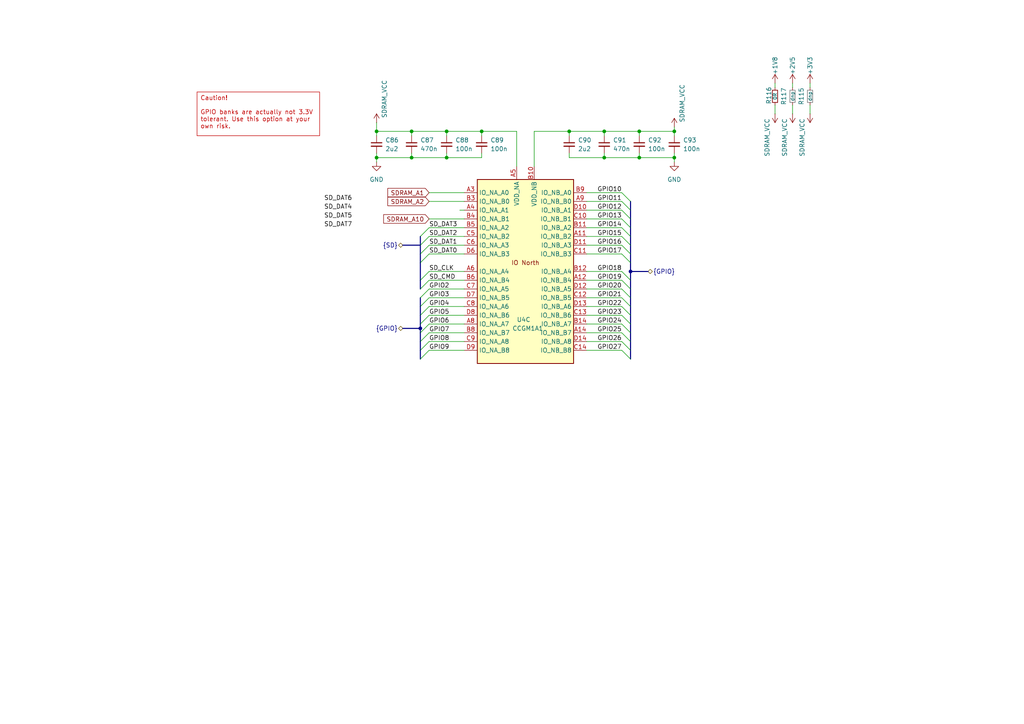
<source format=kicad_sch>
(kicad_sch (version 20250114) (generator "eeschema") (generator_version "9.0")
  (paper "A4")
  (title_block (title "${project_name}") (date "2025-06-24") (rev "${project_version}") (company "${project_creator}") (comment 1 "${project_license}"))
  (lib_symbols
    (symbol "Device:C_Small" (pin_numbers (hide yes)) (pin_names (offset 0.254) (hide yes))
      (property "Reference" "C" (at 0.254 1.778 0))
      (property "Value" "C_Small" (at 0.254 -2.032 0))
      (symbol "C_Small_0_1"
        (polyline (pts (xy -1.524 0.508) (xy 1.524 0.508)) (stroke (width 0.3048)))
        (polyline (pts (xy -1.524 -0.508) (xy 1.524 -0.508)) (stroke (width 0.3302)))
      )
      (symbol "C_Small_1_1"
        (pin passive line (at 0 2.54 270) (length 2.032) (name "~") (number "1"))
        (pin passive line (at 0 -2.54 90) (length 2.032) (name "~") (number "2"))
      )
    )
    (symbol "Device:R_Small" (pin_numbers (hide yes)) (pin_names (offset 0.254) (hide yes))
      (property "Reference" "R" (at 0.762 0.508 0))
      (property "Value" "R_Small" (at 0.762 -1.016 0))
      (symbol "R_Small_0_1"
        (rectangle (start -0.762 1.778) (end 0.762 -1.778) (stroke (width 0.2032)))
      )
      (symbol "R_Small_1_1"
        (pin passive line (at 0 2.54 270) (length 0.762) (name "~") (number "1"))
        (pin passive line (at 0 -2.54 90) (length 0.762) (name "~") (number "2"))
      )
    )
    (symbol "FPGA_CologneChip_GateMate:CCGM1A1"
      (property "Reference" "U4" (at -2.54 -13.97 0))
      (property "Value" "CCGM1A1" (at -3.81 -16.51 0))
      (symbol "CCGM1A1_1_1"
        (rectangle (start -11.43 7.62) (end 11.43 -7.62) (stroke (width 0.254)) (fill (type background)))
        (text "SERDES" (at 0 0 0) (effects (font (size 1.27 1.27))))
        (pin input line (at -15.24 5.08 0) (length 3.81) (name "SER_RX_P") (number "U11"))
        (pin input line (at -15.24 2.54 0) (length 3.81) (name "SER_RX_N") (number "V11"))
        (pin output line (at 15.24 5.08 180) (length 3.81) (name "SER_TX_P") (number "U13"))
        (pin output line (at 15.24 2.54 180) (length 3.81) (name "SER_TX_N") (number "V13"))
        (pin passive line (at 15.24 -5.08 180) (length 3.81) (name "SER_RTERM") (number "V12"))
      )
      (symbol "CCGM1A1_2_1"
        (rectangle (start 24.13 21.59) (end -24.13 -21.59) (stroke (width 0.254)) (fill (type background)))
        (text "CONFIGURATION" (at -11.43 6.35 0) (effects (font (size 1.27 1.27))))
        (pin bidirectional line (at -27.94 17.78 0) (length 3.81) (name "CFG_MD0/IO_WA_A0") (number "R5"))
        (pin bidirectional line (at -27.94 15.24 0) (length 3.81) (name "CFG_MD1/IO_WA_B0") (number "T5"))
        (pin bidirectional line (at -27.94 12.7 0) (length 3.81) (name "CFG_MD2/IO_WA_A1") (number "U4"))
        (pin bidirectional line (at -27.94 10.16 0) (length 3.81) (name "CFG_MD3/IO_WA_B1") (number "V4"))
        (pin bidirectional line (at -27.94 2.54 0) (length 3.81) (name "JTAG_TCK/IO_WA_A5") (number "R3"))
        (pin bidirectional line (at -27.94 0 0) (length 3.81) (name "JTAG_TMS/IO_WA_B4") (number "T3"))
        (pin bidirectional line (at -27.94 -2.54 0) (length 3.81) (name "JTAG_TDI/IO_WA_A4") (number "T2"))
        (pin bidirectional line (at -27.94 -5.08 0) (length 3.81) (name "JTAG_TDO/IO_WA_B3") (number "U2"))
        (pin bidirectional line (at -27.94 -12.7 0) (length 3.81) (name "POR_EN/IO_WA_A3") (number "U1"))
        (pin power_in line (at 0 25.4 270) (length 3.81) (name "VDD_WA") (number "N5"))
        (pin passive line (at 0 25.4 270) (length 3.81) (hide yes) (name "VDD_WA") (number "P3"))
        (pin passive line (at 0 25.4 270) (length 3.81) (hide yes) (name "VDD_WA") (number "P5"))
        (pin passive line (at 0 25.4 270) (length 3.81) (hide yes) (name "VDD_WA") (number "T1"))
        (pin passive line (at 0 25.4 270) (length 3.81) (hide yes) (name "VDD_WA") (number "U3"))
        (pin bidirectional line (at 27.94 17.78 180) (length 3.81) (name "IO_WA_A2/~{CFG_FAILED}") (number "V2"))
        (pin bidirectional line (at 27.94 15.24 180) (length 3.81) (name "IO_WA_B2/CFG_DONE") (number "V3"))
        (pin bidirectional line (at 27.94 7.62 180) (length 3.81) (name "IO_WA_B7/SPI_D0") (number "P2"))
        (pin bidirectional line (at 27.94 5.08 180) (length 3.81) (name "IO_WA_A7/SPI_D1") (number "P1"))
        (pin bidirectional line (at 27.94 2.54 180) (length 3.81) (name "IO_WA_B6/SPI_D2") (number "R2"))
        (pin bidirectional line (at 27.94 0 180) (length 3.81) (name "IO_WA_A6/SPI_D3") (number "R1"))
        (pin bidirectional line (at 27.94 -7.62 180) (length 3.81) (name "IO_WA_A8/~{SPI_CS}") (number "N3"))
        (pin bidirectional line (at 27.94 -10.16 180) (length 3.81) (name "IO_WA_B8/SPI_CLK") (number "N4"))
        (pin bidirectional line (at 27.94 -15.24 180) (length 3.81) (name "IO_WA_B5/SPI_FWD") (number "R4"))
      )
      (symbol "CCGM1A1_3_1"
        (rectangle (start -13.97 -26.67) (end 13.97 26.67) (stroke (width 0.254)) (fill (type background)))
        (text "IO North" (at 0 2.54 0) (effects (font (size 1.27 1.27))))
        (pin bidirectional line (at -17.78 22.86 0) (length 3.81) (name "IO_NA_A0") (number "A3"))
        (pin bidirectional line (at -17.78 20.32 0) (length 3.81) (name "IO_NA_B0") (number "B3"))
        (pin bidirectional line (at -17.78 17.78 0) (length 3.81) (name "IO_NA_A1") (number "A4"))
        (pin bidirectional line (at -17.78 15.24 0) (length 3.81) (name "IO_NA_B1") (number "B4"))
        (pin bidirectional line (at -17.78 12.7 0) (length 3.81) (name "IO_NA_A2") (number "B5"))
        (pin bidirectional line (at -17.78 10.16 0) (length 3.81) (name "IO_NA_B2") (number "C5"))
        (pin bidirectional line (at -17.78 7.62 0) (length 3.81) (name "IO_NA_A3") (number "C6"))
        (pin bidirectional line (at -17.78 5.08 0) (length 3.81) (name "IO_NA_B3") (number "D6"))
        (pin bidirectional line (at -17.78 0 0) (length 3.81) (name "IO_NA_A4") (number "A6"))
        (pin bidirectional line (at -17.78 -2.54 0) (length 3.81) (name "IO_NA_B4") (number "B6"))
        (pin bidirectional line (at -17.78 -5.08 0) (length 3.81) (name "IO_NA_A5") (number "C7"))
        (pin bidirectional line (at -17.78 -7.62 0) (length 3.81) (name "IO_NA_B5") (number "D7"))
        (pin bidirectional line (at -17.78 -10.16 0) (length 3.81) (name "IO_NA_A6") (number "C8"))
        (pin bidirectional line (at -17.78 -12.7 0) (length 3.81) (name "IO_NA_B6") (number "D8"))
        (pin bidirectional line (at -17.78 -15.24 0) (length 3.81) (name "IO_NA_A7") (number "A8"))
        (pin bidirectional line (at -17.78 -17.78 0) (length 3.81) (name "IO_NA_B7") (number "B8"))
        (pin bidirectional line (at -17.78 -20.32 0) (length 3.81) (name "IO_NA_A8") (number "C9"))
        (pin bidirectional line (at -17.78 -22.86 0) (length 3.81) (name "IO_NA_B8") (number "D9"))
        (pin power_in line (at -2.54 30.48 270) (length 3.81) (name "VDD_NA") (number "A5"))
        (pin passive line (at -2.54 30.48 270) (length 3.81) (hide yes) (name "VDD_NA") (number "B7"))
        (pin passive line (at -2.54 30.48 270) (length 3.81) (hide yes) (name "VDD_NA") (number "E6"))
        (pin passive line (at -2.54 30.48 270) (length 3.81) (hide yes) (name "VDD_NA") (number "E8"))
        (pin passive line (at -2.54 30.48 270) (length 3.81) (hide yes) (name "VDD_NA") (number "F7"))
        (pin power_in line (at 2.54 30.48 270) (length 3.81) (name "VDD_NB") (number "B10"))
        (pin passive line (at 2.54 30.48 270) (length 3.81) (hide yes) (name "VDD_NB") (number "B13"))
        (pin passive line (at 2.54 30.48 270) (length 3.81) (hide yes) (name "VDD_NB") (number "E10"))
        (pin passive line (at 2.54 30.48 270) (length 3.81) (hide yes) (name "VDD_NB") (number "E12"))
        (pin passive line (at 2.54 30.48 270) (length 3.81) (hide yes) (name "VDD_NB") (number "F11"))
        (pin bidirectional line (at 17.78 22.86 180) (length 3.81) (name "IO_NB_A0") (number "B9"))
        (pin bidirectional line (at 17.78 20.32 180) (length 3.81) (name "IO_NB_B0") (number "A9"))
        (pin bidirectional line (at 17.78 17.78 180) (length 3.81) (name "IO_NB_A1") (number "D10"))
        (pin bidirectional line (at 17.78 15.24 180) (length 3.81) (name "IO_NB_B1") (number "C10"))
        (pin bidirectional line (at 17.78 12.7 180) (length 3.81) (name "IO_NB_A2") (number "B11"))
        (pin bidirectional line (at 17.78 10.16 180) (length 3.81) (name "IO_NB_B2") (number "A11"))
        (pin bidirectional line (at 17.78 7.62 180) (length 3.81) (name "IO_NB_A3") (number "D11"))
        (pin bidirectional line (at 17.78 5.08 180) (length 3.81) (name "IO_NB_B3") (number "C11"))
        (pin bidirectional line (at 17.78 0 180) (length 3.81) (name "IO_NB_A4") (number "B12"))
        (pin bidirectional line (at 17.78 -2.54 180) (length 3.81) (name "IO_NB_B4") (number "A12"))
        (pin bidirectional line (at 17.78 -5.08 180) (length 3.81) (name "IO_NB_A5") (number "D12"))
        (pin bidirectional line (at 17.78 -7.62 180) (length 3.81) (name "IO_NB_B5") (number "C12"))
        (pin bidirectional line (at 17.78 -10.16 180) (length 3.81) (name "IO_NB_A6") (number "D13"))
        (pin bidirectional line (at 17.78 -12.7 180) (length 3.81) (name "IO_NB_B6") (number "C13"))
        (pin bidirectional line (at 17.78 -15.24 180) (length 3.81) (name "IO_NB_A7") (number "B14"))
        (pin bidirectional line (at 17.78 -17.78 180) (length 3.81) (name "IO_NB_B7") (number "A14"))
        (pin bidirectional line (at 17.78 -20.32 180) (length 3.81) (name "IO_NB_A8") (number "D14"))
        (pin bidirectional line (at 17.78 -22.86 180) (length 3.81) (name "IO_NB_B8") (number "C14"))
      )
      (symbol "CCGM1A1_4_1"
        (rectangle (start -13.97 -26.67) (end 13.97 26.67) (stroke (width 0.254)) (fill (type background)))
        (text "IO East" (at 0 2.54 0) (effects (font (size 1.27 1.27))))
        (pin bidirectional line (at -17.78 22.86 0) (length 3.81) (name "IO_EA_A0") (number "M15"))
        (pin bidirectional line (at -17.78 20.32 0) (length 3.81) (name "IO_EA_B0") (number "M14"))
        (pin bidirectional line (at -17.78 17.78 0) (length 3.81) (name "IO_EA_A1") (number "L16"))
        (pin bidirectional line (at -17.78 15.24 0) (length 3.81) (name "IO_EA_B1") (number "L15"))
        (pin bidirectional line (at -17.78 12.7 0) (length 3.81) (name "IO_EA_A2") (number "K18"))
        (pin bidirectional line (at -17.78 10.16 0) (length 3.81) (name "IO_EA_B2") (number "K17"))
        (pin bidirectional line (at -17.78 7.62 0) (length 3.81) (name "IO_EA_A3") (number "K16"))
        (pin bidirectional line (at -17.78 5.08 0) (length 3.81) (name "IO_EA_B3") (number "K15"))
        (pin bidirectional line (at -17.78 0 0) (length 3.81) (name "IO_EA_A4") (number "J18"))
        (pin bidirectional line (at -17.78 -2.54 0) (length 3.81) (name "IO_EA_B4") (number "J17"))
        (pin bidirectional line (at -17.78 -5.08 0) (length 3.81) (name "IO_EA_A5") (number "J16"))
        (pin bidirectional line (at -17.78 -7.62 0) (length 3.81) (name "IO_EA_B5") (number "J15"))
        (pin bidirectional line (at -17.78 -10.16 0) (length 3.81) (name "IO_EA_A6") (number "H16"))
        (pin bidirectional line (at -17.78 -12.7 0) (length 3.81) (name "IO_EA_B6") (number "H15"))
        (pin bidirectional line (at -17.78 -15.24 0) (length 3.81) (name "IO_EA_A7") (number "G18"))
        (pin bidirectional line (at -17.78 -17.78 0) (length 3.81) (name "IO_EA_B7") (number "G17"))
        (pin bidirectional line (at -17.78 -20.32 0) (length 3.81) (name "IO_EA_A8") (number "G16"))
        (pin bidirectional line (at -17.78 -22.86 0) (length 3.81) (name "IO_EA_B8") (number "G15"))
        (pin power_in line (at -2.54 30.48 270) (length 3.81) (name "VDD_EA") (number "G14"))
        (pin passive line (at -2.54 30.48 270) (length 3.81) (hide yes) (name "VDD_EA") (number "H17"))
        (pin passive line (at -2.54 30.48 270) (length 3.81) (hide yes) (name "VDD_EA") (number "J14"))
        (pin passive line (at -2.54 30.48 270) (length 3.81) (hide yes) (name "VDD_EA") (number "L14"))
        (pin passive line (at -2.54 30.48 270) (length 3.81) (hide yes) (name "VDD_EA") (number "L17"))
        (pin power_in line (at 2.54 30.48 270) (length 3.81) (name "VDD_EB") (number "A16"))
        (pin passive line (at 2.54 30.48 270) (length 3.81) (hide yes) (name "VDD_EB") (number "B18"))
        (pin passive line (at 2.54 30.48 270) (length 3.81) (hide yes) (name "VDD_EB") (number "E14"))
        (pin passive line (at 2.54 30.48 270) (length 3.81) (hide yes) (name "VDD_EB") (number "E17"))
        (pin passive line (at 2.54 30.48 270) (length 3.81) (hide yes) (name "VDD_EB") (number "F13"))
        (pin bidirectional line (at 17.78 22.86 180) (length 3.81) (name "IO_EB_A0") (number "F18"))
        (pin bidirectional line (at 17.78 20.32 180) (length 3.81) (name "IO_EB_B0") (number "F17"))
        (pin bidirectional line (at 17.78 17.78 180) (length 3.81) (name "IO_EB_A1") (number "F16"))
        (pin bidirectional line (at 17.78 15.24 180) (length 3.81) (name "IO_EB_B1") (number "F15"))
        (pin bidirectional line (at 17.78 12.7 180) (length 3.81) (name "IO_EB_A2") (number "D18"))
        (pin bidirectional line (at 17.78 10.16 180) (length 3.81) (name "IO_EB_B2") (number "D17"))
        (pin bidirectional line (at 17.78 7.62 180) (length 3.81) (name "IO_EB_A3") (number "E16"))
        (pin bidirectional line (at 17.78 5.08 180) (length 3.81) (name "IO_EB_B3") (number "E15"))
        (pin bidirectional line (at 17.78 0 180) (length 3.81) (name "IO_EB_A4") (number "C18"))
        (pin bidirectional line (at 17.78 -2.54 180) (length 3.81) (name "IO_EB_B4") (number "C17"))
        (pin bidirectional line (at 17.78 -5.08 180) (length 3.81) (name "IO_EB_A5") (number "B17"))
        (pin bidirectional line (at 17.78 -7.62 180) (length 3.81) (name "IO_EB_B5") (number "A17"))
        (pin bidirectional line (at 17.78 -10.16 180) (length 3.81) (name "IO_EB_A6") (number "D16"))
        (pin bidirectional line (at 17.78 -12.7 180) (length 3.81) (name "IO_EB_B6") (number "C16"))
        (pin bidirectional line (at 17.78 -15.24 180) (length 3.81) (name "IO_EB_A7") (number "D15"))
        (pin bidirectional line (at 17.78 -17.78 180) (length 3.81) (name "IO_EB_B7") (number "C15"))
        (pin bidirectional line (at 17.78 -20.32 180) (length 3.81) (name "IO_EB_A8") (number "B15"))
        (pin bidirectional line (at 17.78 -22.86 180) (length 3.81) (name "IO_EB_B8") (number "A15"))
      )
      (symbol "CCGM1A1_5_1"
        (rectangle (start -13.97 -26.67) (end 13.97 26.67) (stroke (width 0.254)) (fill (type background)))
        (text "IO South" (at 0 2.54 0) (effects (font (size 1.27 1.27))))
        (pin bidirectional line (at -17.78 22.86 0) (length 3.81) (name "IO_SA_A0") (number "U5"))
        (pin bidirectional line (at -17.78 20.32 0) (length 3.81) (name "IO_SA_B0") (number "V5"))
        (pin bidirectional line (at -17.78 17.78 0) (length 3.81) (name "IO_SA_A1") (number "R6"))
        (pin bidirectional line (at -17.78 15.24 0) (length 3.81) (name "IO_SA_B1") (number "T6"))
        (pin bidirectional line (at -17.78 12.7 0) (length 3.81) (name "IO_SA_A2") (number "R7"))
        (pin bidirectional line (at -17.78 10.16 0) (length 3.81) (name "IO_SA_B2") (number "T7"))
        (pin bidirectional line (at -17.78 7.62 0) (length 3.81) (name "IO_SA_A3") (number "U7"))
        (pin bidirectional line (at -17.78 5.08 0) (length 3.81) (name "IO_SA_B3") (number "V7"))
        (pin bidirectional line (at -17.78 0 0) (length 3.81) (name "IO_SA_A4") (number "R8"))
        (pin bidirectional line (at -17.78 -2.54 0) (length 3.81) (name "IO_SA_B4") (number "T8"))
        (pin bidirectional line (at -17.78 -5.08 0) (length 3.81) (name "IO_SA_A5") (number "U8"))
        (pin bidirectional line (at -17.78 -7.62 0) (length 3.81) (name "IO_SA_B5") (number "V8"))
        (pin bidirectional line (at -17.78 -10.16 0) (length 3.81) (name "IO_SA_A6") (number "R9"))
        (pin bidirectional line (at -17.78 -12.7 0) (length 3.81) (name "IO_SA_B6") (number "T9"))
        (pin bidirectional line (at -17.78 -15.24 0) (length 3.81) (name "IO_SA_A7") (number "R10"))
        (pin bidirectional line (at -17.78 -17.78 0) (length 3.81) (name "IO_SA_B7") (number "T10"))
        (pin bidirectional line (at -17.78 -20.32 0) (length 3.81) (name "IO_SA_A8") (number "U10"))
        (pin bidirectional line (at -17.78 -22.86 0) (length 3.81) (name "IO_SA_B8") (number "V10"))
        (pin passive line (at -2.54 30.48 270) (length 3.81) (hide yes) (name "VDD_SA") (number "P10"))
        (pin power_in line (at -2.54 30.48 270) (length 3.81) (name "VDD_SA") (number "P6"))
        (pin passive line (at -2.54 30.48 270) (length 3.81) (hide yes) (name "VDD_SA") (number "P8"))
        (pin passive line (at -2.54 30.48 270) (length 3.81) (hide yes) (name "VDD_SA") (number "U6"))
        (pin passive line (at -2.54 30.48 270) (length 3.81) (hide yes) (name "VDD_SA") (number "U9"))
        (pin power_in line (at 2.54 30.48 270) (length 3.81) (name "VDD_SB") (number "N11"))
        (pin passive line (at 2.54 30.48 270) (length 3.81) (hide yes) (name "VDD_SB") (number "N13"))
        (pin passive line (at 2.54 30.48 270) (length 3.81) (hide yes) (name "VDD_SB") (number "N18"))
        (pin passive line (at 2.54 30.48 270) (length 3.81) (hide yes) (name "VDD_SB") (number "R15"))
        (pin passive line (at 2.54 30.48 270) (length 3.81) (hide yes) (name "VDD_SB") (number "T18"))
        (pin bidirectional line (at 17.78 22.86 180) (length 3.81) (name "IO_SB_A0") (number "U17"))
        (pin bidirectional line (at 17.78 20.32 180) (length 3.81) (name "IO_SB_B0") (number "U18"))
        (pin bidirectional line (at 17.78 17.78 180) (length 3.81) (name "IO_SB_A1") (number "R17"))
        (pin bidirectional line (at 17.78 15.24 180) (length 3.81) (name "IO_SB_B1") (number "R18"))
        (pin bidirectional line (at 17.78 12.7 180) (length 3.81) (name "IO_SB_A2") (number "P17"))
        (pin bidirectional line (at 17.78 10.16 180) (length 3.81) (name "IO_SB_B2") (number "P18"))
        (pin bidirectional line (at 17.78 7.62 180) (length 3.81) (name "IO_SB_A3") (number "M17"))
        (pin bidirectional line (at 17.78 5.08 180) (length 3.81) (name "IO_SB_B3") (number "M18"))
        (pin bidirectional line (at 17.78 0 180) (length 3.81) (name "IO_SB_A4") (number "P11"))
        (pin bidirectional line (at 17.78 -2.54 180) (length 3.81) (name "IO_SB_B4") (number "R11"))
        (pin bidirectional line (at 17.78 -5.08 180) (length 3.81) (name "CLK3/IO_SB_A5") (number "R13"))
        (pin bidirectional line (at 17.78 -7.62 180) (length 3.81) (name "IO_SB_B5") (number "R14"))
        (pin bidirectional line (at 17.78 -10.16 180) (length 3.81) (name "CLK2/IO_SB_A6") (number "P14"))
        (pin bidirectional line (at 17.78 -12.7 180) (length 3.81) (name "IO_SB_B6") (number "P15"))
        (pin bidirectional line (at 17.78 -15.24 180) (length 3.81) (name "CLK1/IO_SB_A7") (number "P12"))
        (pin bidirectional line (at 17.78 -17.78 180) (length 3.81) (name "IO_SB_B7") (number "P13"))
        (pin bidirectional line (at 17.78 -20.32 180) (length 3.81) (name "CLK0/IO_SB_A8") (number "N14"))
        (pin bidirectional line (at 17.78 -22.86 180) (length 3.81) (name "IO_SB_B8") (number "N15"))
      )
      (symbol "CCGM1A1_6_1"
        (rectangle (start -13.97 -26.67) (end 13.97 26.67) (stroke (width 0.254)) (fill (type background)))
        (text "IO West" (at 0 2.54 0) (effects (font (size 1.27 1.27))))
        (pin bidirectional line (at -17.78 22.86 0) (length 3.81) (name "IO_WB_A0") (number "N1"))
        (pin bidirectional line (at -17.78 20.32 0) (length 3.81) (name "IO_WB_B0") (number "N2"))
        (pin bidirectional line (at -17.78 17.78 0) (length 3.81) (name "IO_WB_A1") (number "M3"))
        (pin bidirectional line (at -17.78 15.24 0) (length 3.81) (name "IO_WB_B1") (number "M4"))
        (pin bidirectional line (at -17.78 12.7 0) (length 3.81) (name "IO_WB_A2") (number "L3"))
        (pin bidirectional line (at -17.78 10.16 0) (length 3.81) (name "IO_WB_B2") (number "L4"))
        (pin bidirectional line (at -17.78 7.62 0) (length 3.81) (name "IO_WB_A3") (number "L1"))
        (pin bidirectional line (at -17.78 5.08 0) (length 3.81) (name "IO_WB_B3") (number "L2"))
        (pin bidirectional line (at -17.78 0 0) (length 3.81) (name "IO_WB_A4") (number "K3"))
        (pin bidirectional line (at -17.78 -2.54 0) (length 3.81) (name "IO_WB_B4") (number "K4"))
        (pin bidirectional line (at -17.78 -5.08 0) (length 3.81) (name "IO_WB_A5") (number "K1"))
        (pin bidirectional line (at -17.78 -7.62 0) (length 3.81) (name "IO_WB_B5") (number "K2"))
        (pin bidirectional line (at -17.78 -10.16 0) (length 3.81) (name "IO_WB_A6") (number "J3"))
        (pin bidirectional line (at -17.78 -12.7 0) (length 3.81) (name "IO_WB_B6") (number "J4"))
        (pin bidirectional line (at -17.78 -15.24 0) (length 3.81) (name "IO_WB_A7") (number "H1"))
        (pin bidirectional line (at -17.78 -17.78 0) (length 3.81) (name "IO_WB_B7") (number "H2"))
        (pin bidirectional line (at -17.78 -20.32 0) (length 3.81) (name "IO_WB_A8") (number "H3"))
        (pin bidirectional line (at -17.78 -22.86 0) (length 3.81) (name "IO_WB_B8") (number "H4"))
        (pin power_in line (at -2.54 30.48 270) (length 3.81) (name "VDD_WB") (number "H5"))
        (pin passive line (at -2.54 30.48 270) (length 3.81) (hide yes) (name "VDD_WB") (number "J2"))
        (pin passive line (at -2.54 30.48 270) (length 3.81) (hide yes) (name "VDD_WB") (number "K5"))
        (pin passive line (at -2.54 30.48 270) (length 3.81) (hide yes) (name "VDD_WB") (number "M2"))
        (pin passive line (at -2.54 30.48 270) (length 3.81) (hide yes) (name "VDD_WB") (number "M5"))
        (pin power_in line (at 2.54 30.48 270) (length 3.81) (name "VDD_WC") (number "A2"))
        (pin passive line (at 2.54 30.48 270) (length 3.81) (hide yes) (name "VDD_WC") (number "C2"))
        (pin passive line (at 2.54 30.48 270) (length 3.81) (hide yes) (name "VDD_WC") (number "D5"))
        (pin passive line (at 2.54 30.48 270) (length 3.81) (hide yes) (name "VDD_WC") (number "F2"))
        (pin passive line (at 2.54 30.48 270) (length 3.81) (hide yes) (name "VDD_WC") (number "F5"))
        (pin bidirectional line (at 17.78 22.86 180) (length 3.81) (name "IO_WC_A0") (number "G1"))
        (pin bidirectional line (at 17.78 20.32 180) (length 3.81) (name "IO_WC_B0") (number "G2"))
        (pin bidirectional line (at 17.78 17.78 180) (length 3.81) (name "IO_WC_A1") (number "G3"))
        (pin bidirectional line (at 17.78 15.24 180) (length 3.81) (name "IO_WC_B1") (number "G4"))
        (pin bidirectional line (at 17.78 12.7 180) (length 3.81) (name "IO_WC_A2") (number "F3"))
        (pin bidirectional line (at 17.78 10.16 180) (length 3.81) (name "IO_WC_B2") (number "F4"))
        (pin bidirectional line (at 17.78 7.62 180) (length 3.81) (name "IO_WC_A3") (number "E1"))
        (pin bidirectional line (at 17.78 5.08 180) (length 3.81) (name "IO_WC_B3") (number "E2"))
        (pin bidirectional line (at 17.78 0 180) (length 3.81) (name "IO_WC_A4") (number "E3"))
        (pin bidirectional line (at 17.78 -2.54 180) (length 3.81) (name "IO_WC_B4") (number "E4"))
        (pin bidirectional line (at 17.78 -5.08 180) (length 3.81) (name "IO_WC_A5") (number "D1"))
        (pin bidirectional line (at 17.78 -7.62 180) (length 3.81) (name "IO_WC_B5") (number "D2"))
        (pin bidirectional line (at 17.78 -10.16 180) (length 3.81) (name "IO_WC_A6") (number "D3"))
        (pin bidirectional line (at 17.78 -12.7 180) (length 3.81) (name "IO_WC_B6") (number "D4"))
        (pin bidirectional line (at 17.78 -15.24 180) (length 3.81) (name "IO_WC_A7") (number "C3"))
        (pin bidirectional line (at 17.78 -17.78 180) (length 3.81) (name "IO_WC_B7") (number "C4"))
        (pin bidirectional line (at 17.78 -20.32 180) (length 3.81) (name "IO_WC_A8") (number "B1"))
        (pin bidirectional line (at 17.78 -22.86 180) (length 3.81) (name "IO_WC_B8") (number "B2"))
      )
      (symbol "CCGM1A1_7_1"
        (rectangle (start -10.16 11.43) (end 10.16 -11.43) (stroke (width 0.254)) (fill (type background)))
        (text "Power" (at 2.54 8.89 0) (effects (font (size 1.27 1.27)) (justify right)))
        (pin power_in line (at -13.97 8.89 0) (length 3.81) (name "VDD") (number "F9"))
        (pin passive line (at -13.97 8.89 0) (length 3.81) (hide yes) (name "VDD") (number "G10"))
        (pin passive line (at -13.97 8.89 0) (length 3.81) (hide yes) (name "VDD") (number "G12"))
        (pin passive line (at -13.97 8.89 0) (length 3.81) (hide yes) (name "VDD") (number "G6"))
        (pin passive line (at -13.97 8.89 0) (length 3.81) (hide yes) (name "VDD") (number "G8"))
        (pin passive line (at -13.97 8.89 0) (length 3.81) (hide yes) (name "VDD") (number "H11"))
        (pin passive line (at -13.97 8.89 0) (length 3.81) (hide yes) (name "VDD") (number "H13"))
        (pin passive line (at -13.97 8.89 0) (length 3.81) (hide yes) (name "VDD") (number "H7"))
        (pin passive line (at -13.97 8.89 0) (length 3.81) (hide yes) (name "VDD") (number "H9"))
        (pin passive line (at -13.97 8.89 0) (length 3.81) (hide yes) (name "VDD") (number "J10"))
        (pin passive line (at -13.97 8.89 0) (length 3.81) (hide yes) (name "VDD") (number "J12"))
        (pin passive line (at -13.97 8.89 0) (length 3.81) (hide yes) (name "VDD") (number "J6"))
        (pin passive line (at -13.97 8.89 0) (length 3.81) (hide yes) (name "VDD") (number "J8"))
        (pin passive line (at -13.97 8.89 0) (length 3.81) (hide yes) (name "VDD") (number "K11"))
        (pin passive line (at -13.97 8.89 0) (length 3.81) (hide yes) (name "VDD") (number "K13"))
        (pin passive line (at -13.97 8.89 0) (length 3.81) (hide yes) (name "VDD") (number "K7"))
        (pin passive line (at -13.97 8.89 0) (length 3.81) (hide yes) (name "VDD") (number "K9"))
        (pin passive line (at -13.97 8.89 0) (length 3.81) (hide yes) (name "VDD") (number "L10"))
        (pin passive line (at -13.97 8.89 0) (length 3.81) (hide yes) (name "VDD") (number "L12"))
        (pin passive line (at -13.97 8.89 0) (length 3.81) (hide yes) (name "VDD") (number "L6"))
        (pin passive line (at -13.97 8.89 0) (length 3.81) (hide yes) (name "VDD") (number "L8"))
        (pin passive line (at -13.97 8.89 0) (length 3.81) (hide yes) (name "VDD") (number "M11"))
        (pin passive line (at -13.97 8.89 0) (length 3.81) (hide yes) (name "VDD") (number "M13"))
        (pin passive line (at -13.97 8.89 0) (length 3.81) (hide yes) (name "VDD") (number "M7"))
        (pin passive line (at -13.97 8.89 0) (length 3.81) (hide yes) (name "VDD") (number "M9"))
        (pin passive line (at -13.97 8.89 0) (length 3.81) (hide yes) (name "VDD") (number "N10"))
        (pin passive line (at -13.97 8.89 0) (length 3.81) (hide yes) (name "VDD") (number "N6"))
        (pin passive line (at -13.97 8.89 0) (length 3.81) (hide yes) (name "VDD") (number "N8"))
        (pin power_in line (at -13.97 3.81 0) (length 3.81) (name "VDD_SER_PLL") (number "T16"))
        (pin passive line (at -13.97 -1.27 0) (length 3.81) (name "VDD_SER") (number "V17"))
        (pin power_in line (at -13.97 -3.81 0) (length 3.81) (name "VDD_SER") (number "U12"))
        (pin power_in line (at -13.97 -8.89 0) (length 3.81) (name "VDD_PLL") (number "P16"))
        (pin power_in line (at 13.97 8.89 180) (length 3.81) (name "GND") (number "A1"))
        (pin passive line (at 13.97 8.89 180) (length 3.81) (hide yes) (name "GND") (number "A10"))
        (pin passive line (at 13.97 8.89 180) (length 3.81) (hide yes) (name "GND") (number "A13"))
        (pin passive line (at 13.97 8.89 180) (length 3.81) (hide yes) (name "GND") (number "A18"))
        (pin passive line (at 13.97 8.89 180) (length 3.81) (hide yes) (name "GND") (number "A7"))
        (pin passive line (at 13.97 8.89 180) (length 3.81) (hide yes) (name "GND") (number "B16"))
        (pin passive line (at 13.97 8.89 180) (length 3.81) (hide yes) (name "GND") (number "C1"))
        (pin passive line (at 13.97 8.89 180) (length 3.81) (hide yes) (name "GND") (number "E11"))
        (pin passive line (at 13.97 8.89 180) (length 3.81) (hide yes) (name "GND") (number "E13"))
        (pin passive line (at 13.97 8.89 180) (length 3.81) (hide yes) (name "GND") (number "E18"))
        (pin passive line (at 13.97 8.89 180) (length 3.81) (hide yes) (name "GND") (number "E5"))
        (pin passive line (at 13.97 8.89 180) (length 3.81) (hide yes) (name "GND") (number "E7"))
        (pin passive line (at 13.97 8.89 180) (length 3.81) (hide yes) (name "GND") (number "E9"))
        (pin passive line (at 13.97 8.89 180) (length 3.81) (hide yes) (name "GND") (number "F1"))
        (pin passive line (at 13.97 8.89 180) (length 3.81) (hide yes) (name "GND") (number "F10"))
        (pin passive line (at 13.97 8.89 180) (length 3.81) (hide yes) (name "GND") (number "F12"))
        (pin passive line (at 13.97 8.89 180) (length 3.81) (hide yes) (name "GND") (number "F14"))
        (pin passive line (at 13.97 8.89 180) (length 3.81) (hide yes) (name "GND") (number "F6"))
        (pin passive line (at 13.97 8.89 180) (length 3.81) (hide yes) (name "GND") (number "F8"))
        (pin passive line (at 13.97 8.89 180) (length 3.81) (hide yes) (name "GND") (number "G11"))
        (pin passive line (at 13.97 8.89 180) (length 3.81) (hide yes) (name "GND") (number "G13"))
        (pin passive line (at 13.97 8.89 180) (length 3.81) (hide yes) (name "GND") (number "G5"))
        (pin passive line (at 13.97 8.89 180) (length 3.81) (hide yes) (name "GND") (number "G7"))
        (pin passive line (at 13.97 8.89 180) (length 3.81) (hide yes) (name "GND") (number "G9"))
        (pin passive line (at 13.97 8.89 180) (length 3.81) (hide yes) (name "GND") (number "H10"))
        (pin passive line (at 13.97 8.89 180) (length 3.81) (hide yes) (name "GND") (number "H12"))
        (pin passive line (at 13.97 8.89 180) (length 3.81) (hide yes) (name "GND") (number "H14"))
        (pin passive line (at 13.97 8.89 180) (length 3.81) (hide yes) (name "GND") (number "H18"))
        (pin passive line (at 13.97 8.89 180) (length 3.81) (hide yes) (name "GND") (number "H6"))
        (pin passive line (at 13.97 8.89 180) (length 3.81) (hide yes) (name "GND") (number "H8"))
        (pin passive line (at 13.97 8.89 180) (length 3.81) (hide yes) (name "GND") (number "J1"))
        (pin passive line (at 13.97 8.89 180) (length 3.81) (hide yes) (name "GND") (number "J11"))
        (pin passive line (at 13.97 8.89 180) (length 3.81) (hide yes) (name "GND") (number "J13"))
        (pin passive line (at 13.97 8.89 180) (length 3.81) (hide yes) (name "GND") (number "J5"))
        (pin passive line (at 13.97 8.89 180) (length 3.81) (hide yes) (name "GND") (number "J7"))
        (pin passive line (at 13.97 8.89 180) (length 3.81) (hide yes) (name "GND") (number "J9"))
        (pin passive line (at 13.97 8.89 180) (length 3.81) (hide yes) (name "GND") (number "K10"))
        (pin passive line (at 13.97 8.89 180) (length 3.81) (hide yes) (name "GND") (number "K12"))
        (pin passive line (at 13.97 8.89 180) (length 3.81) (hide yes) (name "GND") (number "K14"))
        (pin passive line (at 13.97 8.89 180) (length 3.81) (hide yes) (name "GND") (number "K6"))
        (pin passive line (at 13.97 8.89 180) (length 3.81) (hide yes) (name "GND") (number "K8"))
        (pin passive line (at 13.97 8.89 180) (length 3.81) (hide yes) (name "GND") (number "L11"))
        (pin passive line (at 13.97 8.89 180) (length 3.81) (hide yes) (name "GND") (number "L13"))
        (pin passive line (at 13.97 8.89 180) (length 3.81) (hide yes) (name "GND") (number "L18"))
        (pin passive line (at 13.97 8.89 180) (length 3.81) (hide yes) (name "GND") (number "L5"))
        (pin passive line (at 13.97 8.89 180) (length 3.81) (hide yes) (name "GND") (number "L7"))
        (pin passive line (at 13.97 8.89 180) (length 3.81) (hide yes) (name "GND") (number "L9"))
        (pin passive line (at 13.97 8.89 180) (length 3.81) (hide yes) (name "GND") (number "M1"))
        (pin passive line (at 13.97 8.89 180) (length 3.81) (hide yes) (name "GND") (number "M10"))
        (pin passive line (at 13.97 8.89 180) (length 3.81) (hide yes) (name "GND") (number "M12"))
        (pin passive line (at 13.97 8.89 180) (length 3.81) (hide yes) (name "GND") (number "M16"))
        (pin passive line (at 13.97 8.89 180) (length 3.81) (hide yes) (name "GND") (number "M6"))
        (pin passive line (at 13.97 8.89 180) (length 3.81) (hide yes) (name "GND") (number "M8"))
        (pin passive line (at 13.97 8.89 180) (length 3.81) (hide yes) (name "GND") (number "N12"))
        (pin passive line (at 13.97 8.89 180) (length 3.81) (hide yes) (name "GND") (number "N17"))
        (pin passive line (at 13.97 8.89 180) (length 3.81) (hide yes) (name "GND") (number "N7"))
        (pin passive line (at 13.97 8.89 180) (length 3.81) (hide yes) (name "GND") (number "N9"))
        (pin passive line (at 13.97 8.89 180) (length 3.81) (hide yes) (name "GND") (number "P4"))
        (pin passive line (at 13.97 8.89 180) (length 3.81) (hide yes) (name "GND") (number "P7"))
        (pin passive line (at 13.97 8.89 180) (length 3.81) (hide yes) (name "GND") (number "P9"))
        (pin passive line (at 13.97 8.89 180) (length 3.81) (hide yes) (name "GND") (number "R12"))
        (pin passive line (at 13.97 8.89 180) (length 3.81) (hide yes) (name "GND") (number "R16"))
        (pin passive line (at 13.97 8.89 180) (length 3.81) (hide yes) (name "GND") (number "T11"))
        (pin passive line (at 13.97 8.89 180) (length 3.81) (hide yes) (name "GND") (number "T17"))
        (pin passive line (at 13.97 8.89 180) (length 3.81) (hide yes) (name "GND") (number "T4"))
        (pin passive line (at 13.97 8.89 180) (length 3.81) (hide yes) (name "GND") (number "U15"))
        (pin passive line (at 13.97 8.89 180) (length 3.81) (hide yes) (name "GND") (number "V1"))
        (pin passive line (at 13.97 8.89 180) (length 3.81) (hide yes) (name "GND") (number "V18"))
        (pin passive line (at 13.97 8.89 180) (length 3.81) (hide yes) (name "GND") (number "V6"))
        (pin passive line (at 13.97 8.89 180) (length 3.81) (hide yes) (name "GND") (number "V9"))
        (pin passive line (at 13.97 3.81 180) (length 3.81) (name "GND") (number "U14"))
        (pin passive line (at 13.97 1.27 180) (length 3.81) (name "GND") (number "V14"))
        (pin passive line (at 13.97 -1.27 180) (length 3.81) (name "GND") (number "U16"))
        (pin passive line (at 13.97 -3.81 180) (length 3.81) (name "GND") (number "V16"))
        (pin power_in line (at 13.97 -8.89 180) (length 3.81) (name "NC") (number "N16"))
      )
      (symbol "CCGM1A1_8_1"
        (rectangle (start -11.43 8.89) (end 11.43 -8.89) (stroke (width 0.254)) (fill (type background)))
        (pin input line (at -15.24 2.54 0) (length 3.81) (name "SER_CLK") (number "T12"))
        (pin input line (at -15.24 -2.54 0) (length 3.81) (name "SER_CLK_N") (number "T13"))
        (pin power_in line (at 0 12.7 270) (length 3.81) (name "VDD_CLK") (number "T14"))
        (pin input line (at 15.24 2.54 180) (length 3.81) (name "RST_N") (number "T15"))
        (pin passive line (at 15.24 -2.54 180) (length 3.81) (name "POR_ADJ") (number "V15"))
      )
    )
    (symbol "R_Small_1" (pin_numbers (hide yes)) (pin_names (offset 0.254) (hide yes))
      (property "Reference" "R111" (at 1.27 -5.08 90))
      (property "Value" "dnp" (at 1.27 5.08 90))
      (symbol "R_Small_1_1_1"
        (rectangle (start -0.762 1.778) (end 0.762 -1.778) (stroke (width 0.2032) (color 132 132 132 1)))
        (pin passive line (at 0 2.54 270) (length 0.762) (name "~") (number "1"))
        (pin passive line (at 0 -2.54 90) (length 0.762) (name "~") (number "2"))
      )
    )
    (symbol "power:+1V8" (power) (pin_names (offset 0))
      (property "Value" "+1V8" (at 0 3.556 0))
      (symbol "+1V8_0_1"
        (polyline (pts (xy -0.762 1.27) (xy 0 2.54)))
        (polyline (pts (xy 0 2.54) (xy 0.762 1.27)))
        (polyline (pts (xy 0 0) (xy 0 2.54)))
      )
      (symbol "+1V8_1_1"
        (pin power_in line (at 0 0 90) (length 0) (hide yes) (name "+1V8") (number "1"))
      )
    )
    (symbol "power:+3V3" (power) (pin_names (offset 0))
      (property "Value" "+3V3" (at 0 3.556 0))
      (symbol "+3V3_0_1"
        (polyline (pts (xy -0.762 1.27) (xy 0 2.54)))
        (polyline (pts (xy 0 2.54) (xy 0.762 1.27)))
        (polyline (pts (xy 0 0) (xy 0 2.54)))
      )
      (symbol "+3V3_1_1"
        (pin power_in line (at 0 0 90) (length 0) (hide yes) (name "+3V3") (number "1"))
      )
    )
    (symbol "power:GND" (power) (pin_names (offset 0))
      (property "Value" "GND" (at 0 -3.81 0))
      (symbol "GND_0_1"
        (polyline (pts (xy 0 0) (xy 0 -1.27) (xy 1.27 -1.27) (xy 0 -2.54) (xy -1.27 -1.27) (xy 0 -1.27)))
      )
      (symbol "GND_1_1"
        (pin power_in line (at 0 0 270) (length 0) (hide yes) (name "GND") (number "1"))
      )
    )
    (symbol "power:VCC" (power) (pin_numbers (hide yes)) (pin_names (offset 0) (hide yes))
      (property "Value" "VCC" (at 0 3.556 0))
      (symbol "VCC_0_1"
        (polyline (pts (xy -0.762 1.27) (xy 0 2.54)))
        (polyline (pts (xy 0 2.54) (xy 0.762 1.27)))
        (polyline (pts (xy 0 0) (xy 0 2.54)))
      )
      (symbol "VCC_1_1"
        (pin power_in line (at 0 0 90) (length 0) (name "~") (number "1"))
      )
    )
  )
  (text_box "Caution!\n\nGPIO banks are actually not 3.3V tolerant. Use this option at your own risk." (at 57.15 26.67 0) (size 35.56 12.7) (margins 0.9525 0.9525 0.9525 0.9525) (stroke (width 0) (color 194 0 0 1)) (effects (font (size 1.27 1.27)) (justify left top)))
  (junction (at 182.88 78.74))
  (junction (at 175.26 45.72))
  (junction (at 119.38 45.72))
  (junction (at 195.58 38.1))
  (junction (at 119.38 38.1))
  (junction (at 175.26 38.1))
  (junction (at 139.7 38.1))
  (junction (at 109.22 38.1))
  (junction (at 185.42 38.1))
  (junction (at 129.54 45.72))
  (junction (at 165.1 38.1))
  (junction (at 129.54 38.1))
  (junction (at 185.42 45.72))
  (junction (at 109.22 45.72))
  (junction (at 121.92 95.25))
  (junction (at 195.58 45.72))
  (bus_entry (at 180.34 73.66) (size 2.54 2.54))
  (bus_entry (at 180.34 101.6) (size 2.54 2.54))
  (bus_entry (at 180.34 58.42) (size 2.54 2.54))
  (bus_entry (at 180.34 83.82) (size 2.54 2.54))
  (bus_entry (at 180.34 55.88) (size 2.54 2.54))
  (bus_entry (at 180.34 68.58) (size 2.54 2.54))
  (bus_entry (at 180.34 88.9) (size 2.54 2.54))
  (bus_entry (at 124.46 83.82) (size -2.54 2.54))
  (bus_entry (at 124.46 86.36) (size -2.54 2.54))
  (bus_entry (at 180.34 66.04) (size 2.54 2.54))
  (bus_entry (at 124.46 101.6) (size -2.54 2.54))
  (bus_entry (at 180.34 63.5) (size 2.54 2.54))
  (bus_entry (at 124.46 73.66) (size -2.54 2.54))
  (bus_entry (at 180.34 93.98) (size 2.54 2.54))
  (bus_entry (at 180.34 91.44) (size 2.54 2.54))
  (bus_entry (at 180.34 71.12) (size 2.54 2.54))
  (bus_entry (at 124.46 88.9) (size -2.54 2.54))
  (bus_entry (at 124.46 91.44) (size -2.54 2.54))
  (bus_entry (at 124.46 78.74) (size -2.54 2.54))
  (bus_entry (at 180.34 60.96) (size 2.54 2.54))
  (bus_entry (at 124.46 93.98) (size -2.54 2.54))
  (bus_entry (at 124.46 68.58) (size -2.54 2.54))
  (bus_entry (at 124.46 96.52) (size -2.54 2.54))
  (bus_entry (at 180.34 78.74) (size 2.54 2.54))
  (bus_entry (at 180.34 99.06) (size 2.54 2.54))
  (bus_entry (at 124.46 71.12) (size -2.54 2.54))
  (bus_entry (at 124.46 66.04) (size -2.54 2.54))
  (bus_entry (at 180.34 86.36) (size 2.54 2.54))
  (bus_entry (at 124.46 99.06) (size -2.54 2.54))
  (bus_entry (at 124.46 81.28) (size -2.54 2.54))
  (bus_entry (at 180.34 81.28) (size 2.54 2.54))
  (bus_entry (at 180.34 96.52) (size 2.54 2.54))
  (bus (pts (xy 116.84 95.25) (xy 121.92 95.25)))
  (bus (pts (xy 121.92 96.52) (xy 121.92 99.06)))
  (wire (pts (xy 170.18 66.04) (xy 180.34 66.04)))
  (wire (pts (xy 109.22 44.45) (xy 109.22 45.72)))
  (bus (pts (xy 121.92 88.9) (xy 121.92 91.44)))
  (wire (pts (xy 124.46 81.28) (xy 134.62 81.28)))
  (wire (pts (xy 124.46 78.74) (xy 134.62 78.74)))
  (wire (pts (xy 175.26 45.72) (xy 185.42 45.72)))
  (wire (pts (xy 154.94 38.1) (xy 154.94 48.26)))
  (wire (pts (xy 139.7 38.1) (xy 149.86 38.1)))
  (wire (pts (xy 170.18 83.82) (xy 180.34 83.82)))
  (wire (pts (xy 124.46 91.44) (xy 134.62 91.44)))
  (wire (pts (xy 124.46 96.52) (xy 134.62 96.52)))
  (wire (pts (xy 170.18 81.28) (xy 180.34 81.28)))
  (wire (pts (xy 170.18 73.66) (xy 180.34 73.66)))
  (bus (pts (xy 182.88 76.2) (xy 182.88 78.74)))
  (wire (pts (xy 170.18 86.36) (xy 180.34 86.36)))
  (wire (pts (xy 124.46 63.5) (xy 134.62 63.5)))
  (wire (pts (xy 234.95 30.48) (xy 234.95 33.02)))
  (bus (pts (xy 121.92 93.98) (xy 121.92 95.25)))
  (bus (pts (xy 182.88 99.06) (xy 182.88 101.6)))
  (wire (pts (xy 124.46 83.82) (xy 134.62 83.82)))
  (wire (pts (xy 229.87 30.48) (xy 229.87 33.02)))
  (wire (pts (xy 124.46 68.58) (xy 134.62 68.58)))
  (wire (pts (xy 170.18 88.9) (xy 180.34 88.9)))
  (bus (pts (xy 116.84 71.12) (xy 121.92 71.12)))
  (bus (pts (xy 182.88 73.66) (xy 182.88 76.2)))
  (wire (pts (xy 124.46 86.36) (xy 134.62 86.36)))
  (bus (pts (xy 182.88 88.9) (xy 182.88 91.44)))
  (wire (pts (xy 175.26 38.1) (xy 175.26 39.37)))
  (bus (pts (xy 182.88 60.96) (xy 182.88 63.5)))
  (wire (pts (xy 195.58 36.83) (xy 195.58 38.1)))
  (wire (pts (xy 124.46 101.6) (xy 134.62 101.6)))
  (wire (pts (xy 124.46 55.88) (xy 134.62 55.88)))
  (bus (pts (xy 121.92 86.36) (xy 121.92 88.9)))
  (wire (pts (xy 124.46 66.04) (xy 134.62 66.04)))
  (wire (pts (xy 129.54 44.45) (xy 129.54 45.72)))
  (wire (pts (xy 109.22 38.1) (xy 119.38 38.1)))
  (wire (pts (xy 124.46 99.06) (xy 134.62 99.06)))
  (wire (pts (xy 129.54 38.1) (xy 139.7 38.1)))
  (wire (pts (xy 129.54 38.1) (xy 129.54 39.37)))
  (wire (pts (xy 185.42 38.1) (xy 195.58 38.1)))
  (wire (pts (xy 124.46 71.12) (xy 134.62 71.12)))
  (bus (pts (xy 121.92 68.58) (xy 121.92 71.12)))
  (wire (pts (xy 170.18 91.44) (xy 180.34 91.44)))
  (bus (pts (xy 182.88 91.44) (xy 182.88 93.98)))
  (wire (pts (xy 165.1 38.1) (xy 154.94 38.1)))
  (bus (pts (xy 182.88 81.28) (xy 182.88 83.82)))
  (wire (pts (xy 234.95 24.13) (xy 234.95 25.4)))
  (wire (pts (xy 109.22 45.72) (xy 119.38 45.72)))
  (bus (pts (xy 182.88 93.98) (xy 182.88 96.52)))
  (bus (pts (xy 121.92 76.2) (xy 121.92 81.28)))
  (wire (pts (xy 133.35 60.96) (xy 134.62 60.96)))
  (wire (pts (xy 170.18 60.96) (xy 180.34 60.96)))
  (wire (pts (xy 195.58 45.72) (xy 195.58 46.99)))
  (wire (pts (xy 124.46 73.66) (xy 134.62 73.66)))
  (wire (pts (xy 139.7 38.1) (xy 139.7 39.37)))
  (bus (pts (xy 182.88 71.12) (xy 182.88 73.66)))
  (wire (pts (xy 170.18 55.88) (xy 180.34 55.88)))
  (wire (pts (xy 149.86 48.26) (xy 149.86 38.1)))
  (wire (pts (xy 139.7 45.72) (xy 139.7 44.45)))
  (wire (pts (xy 165.1 39.37) (xy 165.1 38.1)))
  (bus (pts (xy 121.92 101.6) (xy 121.92 104.14)))
  (bus (pts (xy 182.88 66.04) (xy 182.88 68.58)))
  (wire (pts (xy 165.1 38.1) (xy 175.26 38.1)))
  (wire (pts (xy 224.79 25.4) (xy 224.79 24.13)))
  (bus (pts (xy 182.88 68.58) (xy 182.88 71.12)))
  (wire (pts (xy 224.79 30.48) (xy 224.79 33.02)))
  (wire (pts (xy 170.18 93.98) (xy 180.34 93.98)))
  (bus (pts (xy 121.92 81.28) (xy 121.92 83.82)))
  (wire (pts (xy 195.58 38.1) (xy 195.58 39.37)))
  (wire (pts (xy 185.42 38.1) (xy 185.42 39.37)))
  (wire (pts (xy 165.1 45.72) (xy 175.26 45.72)))
  (wire (pts (xy 109.22 35.56) (xy 109.22 38.1)))
  (wire (pts (xy 170.18 78.74) (xy 180.34 78.74)))
  (wire (pts (xy 129.54 45.72) (xy 139.7 45.72)))
  (wire (pts (xy 119.38 38.1) (xy 129.54 38.1)))
  (bus (pts (xy 121.92 95.25) (xy 121.92 96.52)))
  (wire (pts (xy 185.42 45.72) (xy 195.58 45.72)))
  (wire (pts (xy 229.87 24.13) (xy 229.87 25.4)))
  (bus (pts (xy 182.88 78.74) (xy 187.96 78.74)))
  (wire (pts (xy 170.18 68.58) (xy 180.34 68.58)))
  (bus (pts (xy 182.88 78.74) (xy 182.88 81.28)))
  (wire (pts (xy 109.22 39.37) (xy 109.22 38.1)))
  (wire (pts (xy 170.18 99.06) (xy 180.34 99.06)))
  (wire (pts (xy 170.18 63.5) (xy 180.34 63.5)))
  (bus (pts (xy 182.88 58.42) (xy 182.88 60.96)))
  (bus (pts (xy 182.88 101.6) (xy 182.88 104.14)))
  (bus (pts (xy 182.88 63.5) (xy 182.88 66.04)))
  (wire (pts (xy 170.18 58.42) (xy 180.34 58.42)))
  (bus (pts (xy 182.88 83.82) (xy 182.88 86.36)))
  (wire (pts (xy 170.18 96.52) (xy 180.34 96.52)))
  (wire (pts (xy 109.22 45.72) (xy 109.22 46.99)))
  (bus (pts (xy 121.92 71.12) (xy 121.92 73.66)))
  (wire (pts (xy 124.46 58.42) (xy 134.62 58.42)))
  (wire (pts (xy 124.46 88.9) (xy 134.62 88.9)))
  (wire (pts (xy 119.38 45.72) (xy 129.54 45.72)))
  (wire (pts (xy 175.26 38.1) (xy 185.42 38.1)))
  (wire (pts (xy 195.58 45.72) (xy 195.58 44.45)))
  (wire (pts (xy 185.42 44.45) (xy 185.42 45.72)))
  (wire (pts (xy 165.1 44.45) (xy 165.1 45.72)))
  (bus (pts (xy 182.88 86.36) (xy 182.88 88.9)))
  (wire (pts (xy 119.38 44.45) (xy 119.38 45.72)))
  (bus (pts (xy 182.88 96.52) (xy 182.88 99.06)))
  (wire (pts (xy 175.26 44.45) (xy 175.26 45.72)))
  (bus (pts (xy 121.92 73.66) (xy 121.92 76.2)))
  (bus (pts (xy 121.92 99.06) (xy 121.92 101.6)))
  (wire (pts (xy 170.18 71.12) (xy 180.34 71.12)))
  (wire (pts (xy 119.38 38.1) (xy 119.38 39.37)))
  (wire (pts (xy 170.18 101.6) (xy 180.34 101.6)))
  (bus (pts (xy 121.92 91.44) (xy 121.92 93.98)))
  (wire (pts (xy 124.46 93.98) (xy 134.62 93.98)))
  (label "GPIO27" (at 180.34 101.6 180))
  (label "SD_CLK" (at 124.46 78.74 0))
  (label "GPIO8" (at 124.46 99.06 0))
  (label "GPIO3" (at 124.46 86.36 0))
  (label "GPIO22" (at 180.34 88.9 180))
  (label "GPIO17" (at 180.34 73.66 180))
  (label "SD_CMD" (at 124.46 81.28 0))
  (label "GPIO7" (at 124.46 96.52 0))
  (label "GPIO16" (at 180.34 71.12 180))
  (label "GPIO15" (at 180.34 68.58 180))
  (label "GPIO20" (at 180.34 83.82 180))
  (label "SD_DAT5" (at 93.98 63.5 0))
  (label "GPIO18" (at 180.34 78.74 180))
  (label "SD_DAT3" (at 124.46 66.04 0))
  (label "GPIO23" (at 180.34 91.44 180))
  (label "GPIO5" (at 124.46 91.44 0))
  (label "SD_DAT7" (at 93.98 66.04 0))
  (label "GPIO6" (at 124.46 93.98 0))
  (label "SD_DAT6" (at 93.98 58.42 0))
  (label "GPIO25" (at 180.34 96.52 180))
  (label "SD_DAT2" (at 124.46 68.58 0))
  (label "GPIO12" (at 180.34 60.96 180))
  (label "GPIO26" (at 180.34 99.06 180))
  (label "GPIO21" (at 180.34 86.36 180))
  (label "GPIO11" (at 180.34 58.42 180))
  (label "GPIO10" (at 180.34 55.88 180))
  (label "GPIO4" (at 124.46 88.9 0))
  (label "GPIO9" (at 124.46 101.6 0))
  (label "GPIO13" (at 180.34 63.5 180))
  (label "GPIO19" (at 180.34 81.28 180))
  (label "SD_DAT4" (at 93.98 60.96 0))
  (label "GPIO2" (at 124.46 83.82 0))
  (label "SD_DAT1" (at 124.46 71.12 0))
  (label "GPIO24" (at 180.34 93.98 180))
  (label "GPIO14" (at 180.34 66.04 180))
  (label "SD_DAT0" (at 124.46 73.66 0))
  (global_label "SDRAM_A10" (shape input) (at 124.46 63.5 180) (property "Intersheetrefs" "${INTERSHEET_REFS}" (effects (hide yes))))
  (global_label "SDRAM_A2" (shape input) (at 124.46 58.42 180) (property "Intersheetrefs" "${INTERSHEET_REFS}" (effects (hide yes))))
  (global_label "SDRAM_A1" (shape input) (at 124.46 55.88 180) (property "Intersheetrefs" "${INTERSHEET_REFS}" (effects (hide yes))))
  (hierarchical_label "{SD}" (shape bidirectional) (at 116.84 71.12 180))
  (hierarchical_label "{GPIO}" (shape bidirectional) (at 116.84 95.25 180))
  (hierarchical_label "{GPIO}" (shape bidirectional) (at 187.96 78.74 0))
  (symbol (lib_id "power:+3V3") (at 229.87 24.13 0) (unit 1)
    (property "Reference" "#PWR0136" (effects (hide yes)))
    (property "Value" "+2V5" (at 229.87 19.05 90))
  )
  (symbol (lib_name "R_Small_1") (lib_id "Device:R_Small") (at 229.87 27.94 180) (unit 1)
    (property "Reference" "R117" (at 227.33 27.94 90))
    (property "Value" "dnp" (at 229.87 27.94 90) (effects (font (size 1.016 1.016))))
    (property "Footprint" "Resistor_SMD:R_0402_1005Metric" (effects (hide yes)))
  )
  (symbol (lib_id "power:VCC") (at 229.87 33.02 180) (unit 1)
    (property "Reference" "#PWR0152" (effects (hide yes)))
    (property "Value" "SDRAM_VCC" (at 227.584 39.878 90))
    (property "Description" "Power symbol creates a global label with name \"VCC\"" (effects (hide yes)))
  )
  (symbol (lib_id "Device:C_Small") (at 139.7 41.91 0) (unit 1)
    (property "Reference" "C89" (at 142.24 40.6463 0) (effects (justify left)))
    (property "Value" "100n" (at 142.24 43.1863 0) (effects (justify left)))
    (property "Footprint" "Capacitor_SMD:C_0402_1005Metric" (effects (hide yes)))
  )
  (symbol (lib_id "power:VCC") (at 109.22 35.56 0) (unit 1)
    (property "Reference" "#PWR0148" (effects (hide yes)))
    (property "Value" "SDRAM_VCC" (at 111.506 28.702 90))
    (property "Description" "Power symbol creates a global label with name \"VCC\"" (effects (hide yes)))
  )
  (symbol (lib_id "Device:C_Small") (at 109.22 41.91 0) (unit 1)
    (property "Reference" "C86" (at 111.76 40.6463 0) (effects (justify left)))
    (property "Value" "2u2" (at 111.76 43.1863 0) (effects (justify left)))
    (property "Footprint" "Capacitor_SMD:C_0402_1005Metric" (effects (hide yes)))
  )
  (symbol (lib_id "Device:C_Small") (at 195.58 41.91 0) (unit 1)
    (property "Reference" "C93" (at 198.12 40.6463 0) (effects (justify left)))
    (property "Value" "100n" (at 198.12 43.1863 0) (effects (justify left)))
    (property "Footprint" "Capacitor_SMD:C_0402_1005Metric" (effects (hide yes)))
  )
  (symbol (lib_id "Device:C_Small") (at 175.26 41.91 0) (unit 1)
    (property "Reference" "C91" (at 177.8 40.6463 0) (effects (justify left)))
    (property "Value" "470n" (at 177.8 43.1863 0) (effects (justify left)))
    (property "Footprint" "Capacitor_SMD:C_0402_1005Metric" (effects (hide yes)))
  )
  (symbol (lib_id "FPGA_CologneChip_GateMate:CCGM1A1") (at 152.4 78.74 0) (unit 3)
    (property "Reference" "U4" (at 149.86 92.71 0) (effects (justify left)))
    (property "Value" "CCGM1A1" (at 148.59 95.25 0) (effects (justify left)))
    (property "Footprint" "ulx5m-gs:BGA-324_15.0x15.0mm_Layout18x18_P0.8mm_Ball0.45mm_Pad0.4mm_NSMD" (effects (hide yes)))
    (property "Datasheet" "https://colognechip.com/docs/ds1001-gatemate1-datasheet-2022-05.pdf" (effects (hide yes)))
  )
  (symbol (lib_id "power:+3V3") (at 234.95 24.13 0) (unit 1)
    (property "Reference" "#PWR0135" (effects (hide yes)))
    (property "Value" "+3V3" (at 234.95 19.05 90))
  )
  (symbol (lib_id "power:GND") (at 195.58 46.99 0) (unit 1)
    (property "Reference" "#PWR092" (effects (hide yes)))
    (property "Value" "GND" (at 195.58 52.07 0))
  )
  (symbol (lib_id "Device:C_Small") (at 165.1 41.91 0) (unit 1)
    (property "Reference" "C90" (at 167.64 40.6463 0) (effects (justify left)))
    (property "Value" "2u2" (at 167.64 43.1863 0) (effects (justify left)))
    (property "Footprint" "Capacitor_SMD:C_0402_1005Metric" (effects (hide yes)))
  )
  (symbol (lib_name "R_Small_1") (lib_id "Device:R_Small") (at 234.95 27.94 180) (unit 1)
    (property "Reference" "R115" (at 232.41 27.94 90))
    (property "Value" "dnp" (at 234.95 27.94 90) (effects (font (size 1.016 1.016))))
    (property "Footprint" "Resistor_SMD:R_0402_1005Metric" (effects (hide yes)))
  )
  (symbol (lib_id "power:+1V8") (at 224.79 24.13 0) (unit 1)
    (property "Reference" "#PWR091" (effects (hide yes)))
    (property "Value" "+1V8" (at 224.79 19.05 90))
  )
  (symbol (lib_id "power:VCC") (at 234.95 33.02 180) (unit 1)
    (property "Reference" "#PWR0151" (effects (hide yes)))
    (property "Value" "SDRAM_VCC" (at 232.664 39.878 90))
    (property "Description" "Power symbol creates a global label with name \"VCC\"" (effects (hide yes)))
  )
  (symbol (lib_id "Device:C_Small") (at 129.54 41.91 0) (unit 1)
    (property "Reference" "C88" (at 132.08 40.6463 0) (effects (justify left)))
    (property "Value" "100n" (at 132.08 43.1863 0) (effects (justify left)))
    (property "Footprint" "Capacitor_SMD:C_0402_1005Metric" (effects (hide yes)))
  )
  (symbol (lib_id "Device:C_Small") (at 119.38 41.91 0) (unit 1)
    (property "Reference" "C87" (at 121.92 40.6463 0) (effects (justify left)))
    (property "Value" "470n" (at 121.92 43.1863 0) (effects (justify left)))
    (property "Footprint" "Capacitor_SMD:C_0402_1005Metric" (effects (hide yes)))
  )
  (symbol (lib_id "power:VCC") (at 195.58 36.83 0) (unit 1)
    (property "Reference" "#PWR0149" (effects (hide yes)))
    (property "Value" "SDRAM_VCC" (at 197.866 29.972 90))
    (property "Description" "Power symbol creates a global label with name \"VCC\"" (effects (hide yes)))
  )
  (symbol (lib_id "power:GND") (at 109.22 46.99 0) (unit 1)
    (property "Reference" "#PWR090" (effects (hide yes)))
    (property "Value" "GND" (at 109.22 52.07 0))
  )
  (symbol (lib_id "Device:C_Small") (at 185.42 41.91 0) (unit 1)
    (property "Reference" "C92" (at 187.96 40.6463 0) (effects (justify left)))
    (property "Value" "100n" (at 187.96 43.1863 0) (effects (justify left)))
    (property "Footprint" "Capacitor_SMD:C_0402_1005Metric" (effects (hide yes)))
  )
  (symbol (lib_id "power:VCC") (at 224.79 33.02 180) (unit 1)
    (property "Reference" "#PWR0150" (effects (hide yes)))
    (property "Value" "SDRAM_VCC" (at 222.504 39.878 90))
    (property "Description" "Power symbol creates a global label with name \"VCC\"" (effects (hide yes)))
  )
  (symbol (lib_id "Device:R_Small") (at 224.79 27.94 180) (unit 1)
    (property "Reference" "R116" (at 223.012 27.686 90))
    (property "Value" "0R" (at 224.79 27.94 90) (effects (font (size 1.016 1.016))))
    (property "Footprint" "Resistor_SMD:R_0402_1005Metric" (effects (hide yes)))
  )
)
</source>
